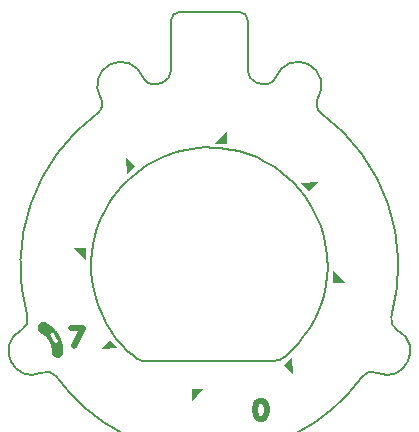
<source format=gto>
G04*
G04 #@! TF.GenerationSoftware,Altium Limited,Altium Designer,21.8.1 (53)*
G04*
G04 Layer_Color=65535*
%FSAX25Y25*%
%MOIN*%
G70*
G04*
G04 #@! TF.SameCoordinates,0877F43B-692F-42B8-B247-028E53A2D651*
G04*
G04*
G04 #@! TF.FilePolarity,Positive*
G04*
G01*
G75*
%ADD10C,0.01968*%
%ADD11C,0.00787*%
G36*
X-0049955Y-0024284D02*
X-0049819Y-0024543D01*
X-0049691Y-0024805D01*
X-0049569Y-0025071D01*
X-0049455Y-0025341D01*
X-0049348Y-0025613D01*
X-0049248Y-0025888D01*
X-0049156Y-0026166D01*
X-0049071Y-0026445D01*
X-0048994Y-0026728D01*
X-0048925Y-0027012D01*
X-0048863Y-0027298D01*
X-0048809Y-0027585D01*
X-0048763Y-0027874D01*
X-0048725Y-0028164D01*
X-0048695Y-0028455D01*
X-0048673Y-0028747D01*
X-0048658Y-0029039D01*
X-0048651Y-0029332D01*
X-0048653Y-0029624D01*
X-0048656Y-0029741D01*
X-0048656Y-0029741D01*
X-0048661Y-0029841D01*
X-0048674Y-0029958D01*
X-0048694Y-0030073D01*
X-0048721Y-0030188D01*
X-0048755Y-0030300D01*
X-0048795Y-0030410D01*
X-0048842Y-0030518D01*
X-0048896Y-0030622D01*
X-0048956Y-0030724D01*
X-0049021Y-0030821D01*
X-0049093Y-0030914D01*
X-0049170Y-0031003D01*
X-0049252Y-0031086D01*
X-0049339Y-0031165D01*
X-0049431Y-0031238D01*
X-0049527Y-0031306D01*
X-0049626Y-0031368D01*
X-0049730Y-0031423D01*
X-0049836Y-0031473D01*
X-0049946Y-0031515D01*
X-0050058Y-0031551D01*
X-0050171Y-0031581D01*
X-0050286Y-0031603D01*
X-0050403Y-0031618D01*
X-0050520Y-0031627D01*
X-0050637Y-0031628D01*
X-0050755Y-0031622D01*
X-0050871Y-0031609D01*
X-0050987Y-0031589D01*
X-0051101Y-0031562D01*
X-0051214Y-0031528D01*
X-0051324Y-0031488D01*
X-0051431Y-0031441D01*
X-0051536Y-0031387D01*
X-0051637Y-0031327D01*
X-0051734Y-0031262D01*
X-0051827Y-0031190D01*
X-0051916Y-0031113D01*
X-0052000Y-0031031D01*
X-0052078Y-0030944D01*
X-0052152Y-0030852D01*
X-0052219Y-0030756D01*
X-0052281Y-0030656D01*
X-0052337Y-0030553D01*
X-0052386Y-0030446D01*
X-0052429Y-0030337D01*
X-0052465Y-0030226D01*
X-0052494Y-0030112D01*
X-0052516Y-0029996D01*
X-0052532Y-0029880D01*
X-0052540Y-0029763D01*
X-0052541Y-0029646D01*
X-0052540Y-0029629D01*
X-0052540Y-0029629D01*
X-0052537Y-0029429D01*
X-0052541Y-0029203D01*
X-0052552Y-0028977D01*
X-0052570Y-0028751D01*
X-0052596Y-0028526D01*
X-0052629Y-0028303D01*
X-0052670Y-0028080D01*
X-0052718Y-0027859D01*
X-0052773Y-0027639D01*
X-0052835Y-0027422D01*
X-0052904Y-0027206D01*
X-0052980Y-0026993D01*
X-0053063Y-0026783D01*
X-0053154Y-0026575D01*
X-0053250Y-0026370D01*
X-0053354Y-0026169D01*
X-0053464Y-0025971D01*
X-0053580Y-0025777D01*
X-0053703Y-0025587D01*
X-0053831Y-0025401D01*
X-0053966Y-0025219D01*
X-0054107Y-0025042D01*
X-0054253Y-0024869D01*
X-0054405Y-0024702D01*
X-0054563Y-0024539D01*
X-0054725Y-0024382D01*
X-0054893Y-0024230D01*
X-0055066Y-0024083D01*
X-0055243Y-0023943D01*
X-0055424Y-0023808D01*
X-0055611Y-0023679D01*
X-0055801Y-0023556D01*
X-0055995Y-0023440D01*
X-0056190Y-0023332D01*
X-0056190Y-0023332D01*
X-0056211Y-0023321D01*
X-0056312Y-0023261D01*
X-0056409Y-0023196D01*
X-0056502Y-0023124D01*
X-0056591Y-0023047D01*
X-0056675Y-0022965D01*
X-0056754Y-0022878D01*
X-0056827Y-0022786D01*
X-0056895Y-0022690D01*
X-0056956Y-0022591D01*
X-0057012Y-0022487D01*
X-0057061Y-0022380D01*
X-0057104Y-0022271D01*
X-0057140Y-0022160D01*
X-0057169Y-0022046D01*
X-0057192Y-0021930D01*
X-0057207Y-0021814D01*
X-0057215Y-0021697D01*
X-0057216Y-0021580D01*
X-0057210Y-0021462D01*
X-0057197Y-0021346D01*
X-0057178Y-0021230D01*
X-0057151Y-0021116D01*
X-0057117Y-0021003D01*
X-0057076Y-0020893D01*
X-0057029Y-0020786D01*
X-0056976Y-0020681D01*
X-0056916Y-0020580D01*
X-0056850Y-0020483D01*
X-0056779Y-0020390D01*
X-0056702Y-0020301D01*
X-0056620Y-0020217D01*
X-0056533Y-0020139D01*
X-0056441Y-0020065D01*
X-0056345Y-0019997D01*
X-0056245Y-0019936D01*
X-0056142Y-0019880D01*
X-0056035Y-0019831D01*
X-0055926Y-0019788D01*
X-0055814Y-0019752D01*
X-0055700Y-0019723D01*
X-0055585Y-0019701D01*
X-0055469Y-0019685D01*
X-0055352Y-0019677D01*
X-0055234Y-0019676D01*
X-0055117Y-0019682D01*
X-0055000Y-0019695D01*
X-0054885Y-0019715D01*
X-0054770Y-0019742D01*
X-0054658Y-0019775D01*
X-0054548Y-0019816D01*
X-0054440Y-0019863D01*
X-0054357Y-0019906D01*
X-0054357Y-0019906D01*
X-0054222Y-0019979D01*
X-0053968Y-0020124D01*
X-0053718Y-0020276D01*
X-0053472Y-0020434D01*
X-0053231Y-0020599D01*
X-0052994Y-0020771D01*
X-0052762Y-0020949D01*
X-0052535Y-0021134D01*
X-0052312Y-0021324D01*
X-0052096Y-0021520D01*
X-0051884Y-0021723D01*
X-0051678Y-0021930D01*
X-0051478Y-0022143D01*
X-0051284Y-0022362D01*
X-0051095Y-0022586D01*
X-0050913Y-0022815D01*
X-0050737Y-0023049D01*
X-0050567Y-0023287D01*
X-0050404Y-0023530D01*
X-0050248Y-0023777D01*
X-0050098Y-0024028D01*
X-0049955Y-0024284D01*
D02*
G37*
G36*
X-0033181Y-0025755D02*
X-0036244Y-0028817D01*
X-0030397Y-0028539D01*
X-0033181Y-0025755D01*
D02*
G37*
G36*
X-0041028Y0005000D02*
X-0045358D01*
X-0041028Y0001063D01*
Y0005000D01*
D02*
G37*
G36*
X-0024826Y0032291D02*
X-0027888Y0035354D01*
X-0027610Y0029507D01*
X-0024826Y0032291D01*
D02*
G37*
G36*
X-0005890Y-0041953D02*
Y-0046284D01*
X-0001953Y-0041953D01*
X-0005890D01*
D02*
G37*
G36*
X0024861Y-0034110D02*
X0027923Y-0037173D01*
X0027645Y-0031326D01*
X0024861Y-0034110D01*
D02*
G37*
G36*
X0041063Y-0006819D02*
X0045394D01*
X0041063Y-0002882D01*
Y-0006819D01*
D02*
G37*
G36*
X0005906Y0039469D02*
Y0043799D01*
X0001969Y0039469D01*
X0005906D01*
D02*
G37*
G36*
X0033217Y0023936D02*
X0036279Y0026998D01*
X0030433Y0026720D01*
X0033217Y0023936D01*
D02*
G37*
%LPC*%
G36*
X-0050664Y-0025702D02*
X-0050665Y-0025702D01*
X-0051846Y-0023656D01*
X-0051845Y-0023656D01*
X-0051883Y-0023598D01*
X-0051927Y-0023545D01*
X-0051977Y-0023497D01*
X-0052032Y-0023455D01*
X-0052091Y-0023419D01*
X-0052154Y-0023390D01*
X-0052220Y-0023369D01*
X-0052288Y-0023355D01*
X-0052356Y-0023348D01*
X-0052425Y-0023349D01*
X-0052494Y-0023358D01*
X-0052561Y-0023375D01*
X-0052626Y-0023399D01*
X-0052688Y-0023430D01*
X-0052745Y-0023468D01*
X-0052799Y-0023512D01*
X-0052847Y-0023562D01*
X-0052889Y-0023617D01*
X-0052924Y-0023676D01*
X-0052953Y-0023739D01*
X-0052975Y-0023805D01*
X-0052989Y-0023872D01*
X-0052995Y-0023941D01*
X-0052994Y-0024010D01*
X-0052985Y-0024079D01*
X-0052969Y-0024146D01*
X-0052944Y-0024211D01*
X-0052913Y-0024272D01*
X-0052913Y-0024272D01*
X-0051732Y-0026318D01*
X-0051732Y-0026318D01*
X-0051694Y-0026376D01*
X-0051650Y-0026429D01*
X-0051600Y-0026477D01*
X-0051546Y-0026519D01*
X-0051486Y-0026555D01*
X-0051424Y-0026584D01*
X-0051358Y-0026605D01*
X-0051290Y-0026619D01*
X-0051221Y-0026626D01*
X-0051152Y-0026625D01*
X-0051084Y-0026616D01*
X-0051016Y-0026599D01*
X-0050952Y-0026575D01*
X-0050890Y-0026544D01*
X-0050832Y-0026506D01*
X-0050779Y-0026462D01*
X-0050731Y-0026412D01*
X-0050689Y-0026357D01*
X-0050653Y-0026298D01*
X-0050624Y-0026235D01*
X-0050603Y-0026169D01*
X-0050589Y-0026102D01*
X-0050582Y-0026033D01*
X-0050583Y-0025964D01*
X-0050592Y-0025895D01*
X-0050609Y-0025828D01*
X-0050633Y-0025763D01*
X-0050664Y-0025702D01*
D02*
G37*
%LPD*%
D10*
X-0042225Y-0021655D02*
X-0045037Y-0027559D01*
X-0046161Y-0021655D02*
X-0042225D01*
X0016844Y-0046064D02*
X0016001Y-0046345D01*
X0015439Y-0047189D01*
X0015157Y-0048595D01*
Y-0049438D01*
X0015439Y-0050844D01*
X0016001Y-0051687D01*
X0016844Y-0051968D01*
X0017407D01*
X0018250Y-0051687D01*
X0018812Y-0050844D01*
X0019094Y-0049438D01*
Y-0048595D01*
X0018812Y-0047189D01*
X0018250Y-0046345D01*
X0017407Y-0046064D01*
X0016844D01*
D11*
X-0024319Y-0031866D02*
G03*
X-0022417Y-0032653I0001897J0001892D01*
G01*
X0021768Y-0032650D02*
G03*
X0025181Y-0031236I-0000007J0004845D01*
G01*
X-0062660Y-0022428D02*
G03*
X-0060669Y-0017867I-0001801J0003501D01*
G01*
X-0062660Y-0022428D02*
G03*
X-0055813Y-0036604I0003601J-0007002D01*
G01*
X-0051003Y-0037880D02*
G03*
X-0055813Y-0036604I-0003187J-0002311D01*
G01*
X-0051003Y-0037880D02*
G03*
X0050995Y-0037880I0050999J0036974D01*
G01*
X0055805Y-0036604D02*
G03*
X0050995Y-0037880I-0001623J-0003587D01*
G01*
X0060661Y-0017867D02*
G03*
X0062652Y-0022428I0003792J-0001060D01*
G01*
X0055805Y-0036604D02*
G03*
X0062652Y-0022428I0003246J0007174D01*
G01*
X0060661Y-0017867D02*
G03*
X0037293Y0049857I-0060665J0016961D01*
G01*
X0036257Y0055071D02*
G03*
X0037293Y0049857I0003367J-0002041D01*
G01*
X0036257Y0055071D02*
G03*
X0022180Y0061992I-0006733J0004082D01*
G01*
X0017419Y0059628D02*
G03*
X0022180Y0061992I0001089J0003783D01*
G01*
X0017419Y0059628D02*
G03*
X0015709Y0060094I-0017423J-0060534D01*
G01*
X0012894Y0063874D02*
G03*
X0015602Y0060134I0003940J0000003D01*
G01*
X0012894Y0080611D02*
G03*
X0009748Y0083756I-0003145J0000000D01*
G01*
X-0009709D02*
G03*
X-0012854Y0080611I0000000J-0003145D01*
G01*
X-0015563Y0060134D02*
G03*
X-0017427Y0059628I0015559J-0061040D01*
G01*
X-0015563Y0060134D02*
G03*
X-0012854Y0063874I-0001232J0003743D01*
G01*
X-0022188Y0061992D02*
G03*
X-0017427Y0059628I0003672J0001419D01*
G01*
X-0022188Y0061992D02*
G03*
X-0036265Y0055071I-0007344J-0002839D01*
G01*
X-0037301Y0049857D02*
G03*
X-0036265Y0055071I-0002331J0003173D01*
G01*
X-0037301Y0049857D02*
G03*
X-0060669Y-0017867I0037297J-0050763D01*
G01*
X0015709Y0060094D02*
G03*
X0015602Y0060134I-0000180J-0000323D01*
G01*
X-0007784Y0037689D02*
X-0003803Y0038405D01*
X0007709Y0037701D02*
X0009961Y0037185D01*
X-0024272Y0030055D02*
X-0021961Y0031768D01*
X0031988Y0022126D02*
X0034303Y0018421D01*
X0038898Y-0007240D02*
X0039260Y-0004413D01*
X-0038484Y-0009173D02*
X-0037165Y-0013898D01*
X0030996Y-0025181D02*
X0033516Y-0021559D01*
X-0029110Y-0027409D02*
X-0027362Y-0029252D01*
X-0011000Y0036898D02*
X-0007784Y0037689D01*
X0005315Y0038102D02*
X0007709Y0037701D01*
X0028051Y0026752D02*
X0031988Y0022126D01*
X-0035236Y0016713D02*
X-0033457Y0019847D01*
X0038681Y0006461D02*
X0038984Y0004634D01*
X-0039173Y0003228D02*
X-0038681Y0006279D01*
X-0037165Y-0013898D02*
X-0035543Y-0017835D01*
X-0027362Y-0029252D02*
X-0025591Y-0030827D01*
X-0027362Y0027441D02*
X-0024272Y0030055D01*
X0024331Y0030047D02*
X0028051Y0026752D01*
X-0035689Y0015713D02*
X-0035236Y0016713D01*
X0038169Y0008740D02*
X0038681Y0006461D01*
X-0039319Y0001063D02*
X-0039173Y0003228D01*
X0039260Y-0004413D02*
X0039394Y-0001819D01*
X-0035543Y-0017835D02*
X-0034335Y-0020173D01*
X0033516Y-0021559D02*
X0035138Y-0018622D01*
X0003500Y0038307D02*
X0005315Y0038102D01*
X-0015358Y0035342D02*
X-0011000Y0036898D01*
X-0029110Y0025602D02*
X-0027362Y0027441D01*
X0037079Y0012327D02*
X0038169Y0008740D01*
X-0036319Y0014252D02*
X-0035689Y0015713D01*
X0039394Y-0001819D02*
X0039425Y-0000587D01*
X0035138Y-0018622D02*
X0036496Y-0015669D01*
X-0025591Y-0030827D02*
X-0024319Y-0031866D01*
X0025181Y-0031236D02*
X0025787Y-0030630D01*
X0001291Y0038421D02*
X0003500Y0038307D01*
X-0017335Y0034441D02*
X-0015358Y0035342D01*
X0021768Y0031898D02*
X0024331Y0030047D01*
X-0032098Y0021890D02*
X-0029110Y0025602D01*
X-0039319Y-0002874D02*
Y0001063D01*
X0036496Y-0015669D02*
X0037472Y-0013008D01*
X-0034335Y-0020173D02*
X-0032098Y-0023701D01*
X0025787Y-0030630D02*
X0028445Y-0028169D01*
X-0022417Y-0032653D02*
X-0021961Y-0032650D01*
X-0001224Y0038453D02*
X0001291Y0038421D01*
X0012874Y0036299D02*
X0015870Y0035126D01*
X0018701Y0033740D02*
X0021768Y0031898D01*
X0035693Y0015709D02*
X0037079Y0012327D01*
X-0037634Y0010657D02*
X-0036319Y0014252D01*
X0039323Y0001063D02*
X0039425Y-0000587D01*
X-0039319Y-0002874D02*
X-0039075Y-0006024D01*
X-0032098Y-0023701D02*
X-0030953Y-0025236D01*
X0028445Y-0028169D02*
X0029847Y-0026579D01*
X-0021961Y-0032650D02*
X0021768D01*
X0009961Y0037185D02*
X0012874Y0036299D01*
X-0020736Y0032563D02*
X-0017335Y0034441D01*
X0015870Y0035126D02*
X0018701Y0033740D01*
X-0032803Y0020862D02*
X-0032098Y0021890D01*
X0034303Y0018421D02*
X0035693Y0015709D01*
X-0038118Y0008937D02*
X-0037634Y0010657D01*
X0039213Y0002717D02*
X0039323Y0001063D01*
X-0039075Y-0006024D02*
X-0038484Y-0009173D01*
X0037472Y-0013008D02*
X0038091Y-0010957D01*
X-0003803Y0038405D02*
X-0001224Y0038453D01*
X-0021961Y0031768D02*
X-0020736Y0032563D01*
X-0033457Y0019847D02*
X-0032803Y0020862D01*
X0038984Y0004634D02*
X0039213Y0002717D01*
X-0038681Y0006279D02*
X-0038118Y0008937D01*
X0038091Y-0010957D02*
X0038898Y-0007240D01*
X-0030953Y-0025236D02*
X-0029110Y-0027409D01*
X0029847Y-0026579D02*
X0030996Y-0025181D01*
X0012894Y0063874D02*
Y0080611D01*
X-0009709Y0083756D02*
X0009748D01*
X-0012854Y0063874D02*
Y0080611D01*
M02*

</source>
